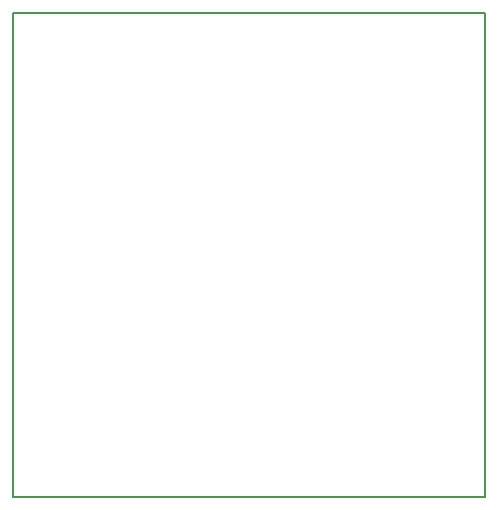
<source format=gbr>
%TF.GenerationSoftware,KiCad,Pcbnew,(6.0.1)*%
%TF.CreationDate,2022-03-12T23:59:44-07:00*%
%TF.ProjectId,PowerBackup,506f7765-7242-4616-936b-75702e6b6963,rev?*%
%TF.SameCoordinates,Original*%
%TF.FileFunction,Profile,NP*%
%FSLAX46Y46*%
G04 Gerber Fmt 4.6, Leading zero omitted, Abs format (unit mm)*
G04 Created by KiCad (PCBNEW (6.0.1)) date 2022-03-12 23:59:44*
%MOMM*%
%LPD*%
G01*
G04 APERTURE LIST*
%TA.AperFunction,Profile*%
%ADD10C,0.150000*%
%TD*%
G04 APERTURE END LIST*
D10*
X110500000Y-77000000D02*
X150500000Y-77000000D01*
X150500000Y-77000000D02*
X150500000Y-118000000D01*
X150500000Y-118000000D02*
X110500000Y-118000000D01*
X110500000Y-118000000D02*
X110500000Y-77000000D01*
M02*

</source>
